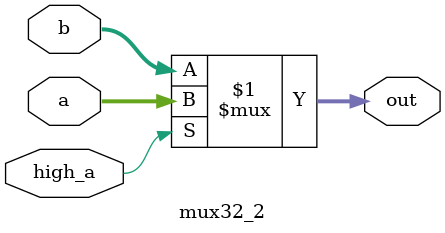
<source format=v>
module mux32_2 (
    input [31:0] a, b, 
    input high_a, 
    output [31:0] out);
  assign out = high_a ? a : b;
endmodule
</source>
